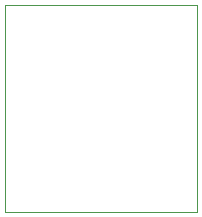
<source format=gbr>
%TF.GenerationSoftware,KiCad,Pcbnew,7.0.1*%
%TF.CreationDate,2023-04-17T09:12:49+12:00*%
%TF.ProjectId,ICM-20948-breakout,49434d2d-3230-4393-9438-2d627265616b,rev?*%
%TF.SameCoordinates,Original*%
%TF.FileFunction,Profile,NP*%
%FSLAX46Y46*%
G04 Gerber Fmt 4.6, Leading zero omitted, Abs format (unit mm)*
G04 Created by KiCad (PCBNEW 7.0.1) date 2023-04-17 09:12:49*
%MOMM*%
%LPD*%
G01*
G04 APERTURE LIST*
%TA.AperFunction,Profile*%
%ADD10C,0.001000*%
%TD*%
G04 APERTURE END LIST*
D10*
X158460000Y-88370000D02*
X142160000Y-88370000D01*
X142160000Y-70840000D01*
X158460000Y-70840000D01*
X158460000Y-88370000D01*
M02*

</source>
